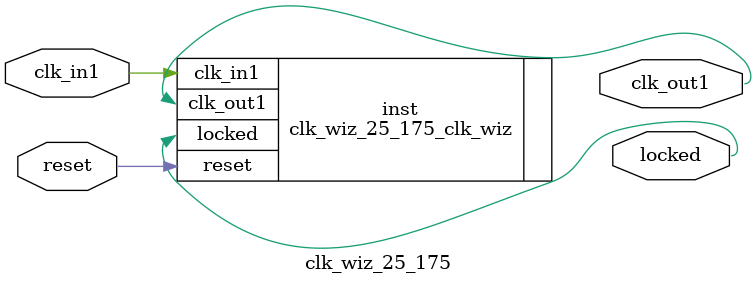
<source format=v>


`timescale 1ps/1ps

(* CORE_GENERATION_INFO = "clk_wiz_25_175,clk_wiz_v5_3_1,{component_name=clk_wiz_25_175,use_phase_alignment=true,use_min_o_jitter=false,use_max_i_jitter=false,use_dyn_phase_shift=false,use_inclk_switchover=false,use_dyn_reconfig=false,enable_axi=0,feedback_source=FDBK_AUTO,PRIMITIVE=MMCM,num_out_clk=1,clkin1_period=10.0,clkin2_period=10.0,use_power_down=false,use_reset=true,use_locked=true,use_inclk_stopped=false,feedback_type=SINGLE,CLOCK_MGR_TYPE=NA,manual_override=false}" *)

module clk_wiz_25_175 
 (
 // Clock in ports
  input         clk_in1,
  // Clock out ports
  output        clk_out1,
  // Status and control signals
  input         reset,
  output        locked
 );

  clk_wiz_25_175_clk_wiz inst
  (
 // Clock in ports
  .clk_in1(clk_in1),
  // Clock out ports  
  .clk_out1(clk_out1),
  // Status and control signals               
  .reset(reset), 
  .locked(locked)            
  );

endmodule

</source>
